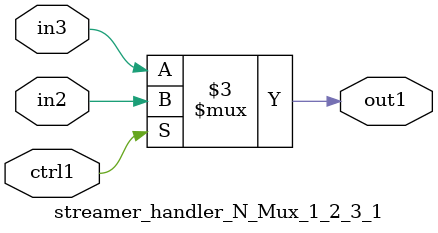
<source format=v>

`timescale 1ps / 1ps


module streamer_handler_N_Mux_1_2_3_1( in3, in2, ctrl1, out1 );

    input in3;
    input in2;
    input ctrl1;
    output out1;
    reg out1;

    
    // rtl_process:streamer_handler_N_Mux_1_2_3_1/streamer_handler_N_Mux_1_2_3_1_thread_1
    always @*
      begin : streamer_handler_N_Mux_1_2_3_1_thread_1
        case (ctrl1) 
          1'b1: 
            begin
              out1 = in2;
            end
          default: 
            begin
              out1 = in3;
            end
        endcase
      end

endmodule


</source>
